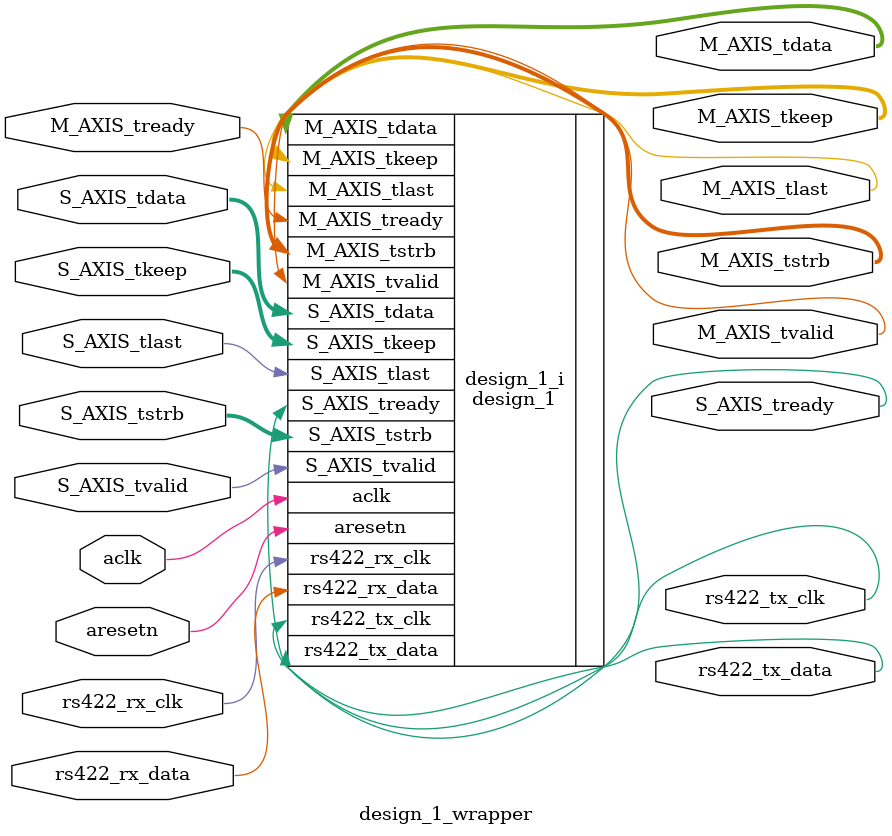
<source format=v>
`timescale 1 ps / 1 ps

module design_1_wrapper
   (M_AXIS_tdata,
    M_AXIS_tkeep,
    M_AXIS_tlast,
    M_AXIS_tready,
    M_AXIS_tstrb,
    M_AXIS_tvalid,
    S_AXIS_tdata,
    S_AXIS_tkeep,
    S_AXIS_tlast,
    S_AXIS_tready,
    S_AXIS_tstrb,
    S_AXIS_tvalid,
    aclk,
    aresetn,
    rs422_rx_clk,
    rs422_rx_data,
    rs422_tx_clk,
    rs422_tx_data);
  output [31:0]M_AXIS_tdata;
  output [3:0]M_AXIS_tkeep;
  output M_AXIS_tlast;
  input M_AXIS_tready;
  output [3:0]M_AXIS_tstrb;
  output M_AXIS_tvalid;
  input [31:0]S_AXIS_tdata;
  input [3:0]S_AXIS_tkeep;
  input S_AXIS_tlast;
  output S_AXIS_tready;
  input [3:0]S_AXIS_tstrb;
  input S_AXIS_tvalid;
  input aclk;
  input aresetn;
  input rs422_rx_clk;
  input rs422_rx_data;
  output rs422_tx_clk;
  output rs422_tx_data;

  wire [31:0]M_AXIS_tdata;
  wire [3:0]M_AXIS_tkeep;
  wire M_AXIS_tlast;
  wire M_AXIS_tready;
  wire [3:0]M_AXIS_tstrb;
  wire M_AXIS_tvalid;
  wire [31:0]S_AXIS_tdata;
  wire [3:0]S_AXIS_tkeep;
  wire S_AXIS_tlast;
  wire S_AXIS_tready;
  wire [3:0]S_AXIS_tstrb;
  wire S_AXIS_tvalid;
  wire aclk;
  wire aresetn;
  wire rs422_rx_clk;
  wire rs422_rx_data;
  wire rs422_tx_clk;
  wire rs422_tx_data;

  design_1 design_1_i
       (.M_AXIS_tdata(M_AXIS_tdata),
        .M_AXIS_tkeep(M_AXIS_tkeep),
        .M_AXIS_tlast(M_AXIS_tlast),
        .M_AXIS_tready(M_AXIS_tready),
        .M_AXIS_tstrb(M_AXIS_tstrb),
        .M_AXIS_tvalid(M_AXIS_tvalid),
        .S_AXIS_tdata(S_AXIS_tdata),
        .S_AXIS_tkeep(S_AXIS_tkeep),
        .S_AXIS_tlast(S_AXIS_tlast),
        .S_AXIS_tready(S_AXIS_tready),
        .S_AXIS_tstrb(S_AXIS_tstrb),
        .S_AXIS_tvalid(S_AXIS_tvalid),
        .aclk(aclk),
        .aresetn(aresetn),
        .rs422_rx_clk(rs422_rx_clk),
        .rs422_rx_data(rs422_rx_data),
        .rs422_tx_clk(rs422_tx_clk),
        .rs422_tx_data(rs422_tx_data));
endmodule

</source>
